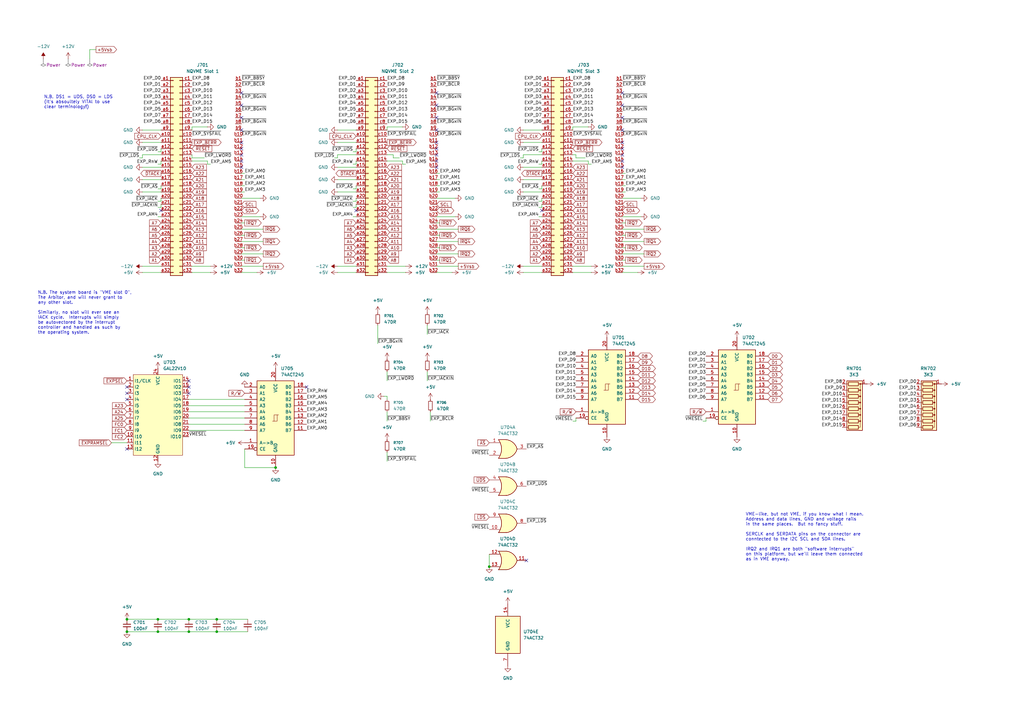
<source format=kicad_sch>
(kicad_sch (version 20250114) (generator "eeschema") (generator_version "9.0")
  (paper "A3")
  (text "VME-like, but not VME, if you know what I mean.\nAddress and data lines, GND and voltage rails\nin the same places.  But no fancy stuff.\n\nSERCLK and SERDATA pins on the connector are\nconntected to the I2C SCL and SDA lines.\n\nIRQ2 and IRQ1 are both \"software interrupts\"\non this platform, but we'll leave them connected\nas in VME anyway." (at 305.816 220.218 0) (effects (font (size 1.27 1.27)) (justify left)))
  (text "N.B. The system board is \"VME slot 0\",\nThe Arbitor, and will never grant to\nany other slot.\n\nSimilarly, no slot will ever see an\nIACK cycle.  Interrupts will simply\nbe autovectored by the interrupt\ncontroller and handled as such by\nthe operating system." (at 15.494 128.27 0) (effects (font (size 1.27 1.27)) (justify left)))
  (text "N.B. DS1 = UDS, DS0 = LDS\n(It's absoultely VITAl to use\nclear terminology!)" (at 18.034 41.91 0) (effects (font (size 1.27 1.27)) (justify left)))
  (junction (at 64.77 259.08))
  (junction (at 200.66 232.41))
  (junction (at 52.07 259.08))
  (junction (at 88.9 254))
  (junction (at 64.77 254))
  (junction (at 77.47 254))
  (junction (at 113.03 191.77))
  (junction (at 52.07 254))
  (junction (at 77.47 259.08))
  (junction (at 88.9 259.08))
  (no_connect (at 52.07 161.29))
  (no_connect (at 99.06 48.26))
  (no_connect (at 52.07 163.83))
  (no_connect (at 215.9 229.87))
  (no_connect (at 255.27 43.18))
  (no_connect (at 255.27 60.96))
  (no_connect (at 99.06 38.1))
  (no_connect (at 66.04 86.36))
  (no_connect (at 179.07 53.34))
  (no_connect (at 77.47 156.21))
  (no_connect (at 99.06 60.96))
  (no_connect (at 99.06 53.34))
  (no_connect (at 99.06 68.58))
  (no_connect (at 255.27 48.26))
  (no_connect (at 77.47 158.75))
  (no_connect (at 222.25 86.36))
  (no_connect (at 179.07 63.5))
  (no_connect (at 99.06 58.42))
  (no_connect (at 99.06 66.04))
  (no_connect (at 179.07 66.04))
  (no_connect (at 77.47 161.29))
  (no_connect (at 146.05 86.36))
  (no_connect (at 179.07 58.42))
  (no_connect (at 99.06 63.5))
  (no_connect (at 255.27 53.34))
  (no_connect (at 179.07 48.26))
  (no_connect (at 255.27 38.1))
  (no_connect (at 255.27 58.42))
  (no_connect (at 125.73 158.75))
  (no_connect (at 52.07 184.15))
  (no_connect (at 99.06 43.18))
  (no_connect (at 179.07 68.58))
  (no_connect (at 255.27 68.58))
  (no_connect (at 179.07 60.96))
  (no_connect (at 255.27 63.5))
  (no_connect (at 179.07 43.18))
  (no_connect (at 52.07 158.75))
  (no_connect (at 179.07 38.1))
  (no_connect (at 255.27 66.04))
  (wire (pts (xy 58.42 109.22) (xy 66.04 109.22)))
  (wire (pts (xy 220.98 82.55) (xy 222.25 82.55)))
  (wire (pts (xy 222.25 62.23) (xy 222.25 60.96)))
  (wire (pts (xy 255.27 111.76) (xy 261.62 111.76)))
  (wire (pts (xy 234.95 172.72) (xy 236.22 172.72)))
  (wire (pts (xy 99.06 101.6) (xy 100.33 101.6)))
  (wire (pts (xy 241.3 66.04) (xy 234.95 66.04)))
  (wire (pts (xy 66.04 67.31) (xy 66.04 66.04)))
  (wire (pts (xy 52.07 259.08) (xy 64.77 259.08)))
  (wire (pts (xy 214.63 53.34) (xy 222.25 53.34)))
  (wire (pts (xy 179.07 99.06) (xy 187.96 99.06)))
  (wire (pts (xy 234.95 109.22) (xy 242.57 109.22)))
  (wire (pts (xy 179.07 93.98) (xy 187.96 93.98)))
  (wire (pts (xy 176.53 168.91) (xy 176.53 172.72)))
  (wire (pts (xy 58.42 111.76) (xy 66.04 111.76)))
  (wire (pts (xy 163.83 64.77) (xy 161.29 64.77)))
  (wire (pts (xy 222.25 77.47) (xy 222.25 76.2)))
  (wire (pts (xy 78.74 111.76) (xy 86.36 111.76)))
  (wire (pts (xy 180.34 73.66) (xy 179.07 73.66)))
  (wire (pts (xy 256.54 91.44) (xy 255.27 91.44)))
  (wire (pts (xy 99.06 99.06) (xy 107.95 99.06)))
  (wire (pts (xy 100.33 91.44) (xy 99.06 91.44)))
  (wire (pts (xy 175.26 152.4) (xy 175.26 156.21)))
  (wire (pts (xy 57.15 64.77) (xy 58.42 64.77)))
  (wire (pts (xy 99.06 96.52) (xy 100.33 96.52)))
  (wire (pts (xy 220.98 62.23) (xy 222.25 62.23)))
  (wire (pts (xy 146.05 82.55) (xy 146.05 81.28)))
  (wire (pts (xy 255.27 88.9) (xy 262.89 88.9)))
  (wire (pts (xy 222.25 82.55) (xy 222.25 81.28)))
  (wire (pts (xy 234.95 52.07) (xy 241.3 52.07)))
  (wire (pts (xy 138.43 109.22) (xy 146.05 109.22)))
  (wire (pts (xy 165.1 66.04) (xy 158.75 66.04)))
  (wire (pts (xy 58.42 58.42) (xy 66.04 58.42)))
  (wire (pts (xy 289.56 172.72) (xy 289.56 171.45)))
  (wire (pts (xy 144.78 82.55) (xy 146.05 82.55)))
  (wire (pts (xy 180.34 76.2) (xy 179.07 76.2)))
  (wire (pts (xy 220.98 77.47) (xy 222.25 77.47)))
  (wire (pts (xy 220.98 88.9) (xy 222.25 88.9)))
  (wire (pts (xy 161.29 63.5) (xy 158.75 63.5)))
  (wire (pts (xy 158.75 152.4) (xy 158.75 156.21)))
  (wire (pts (xy 64.77 254) (xy 77.47 254)))
  (wire (pts (xy 236.22 63.5) (xy 234.95 63.5)))
  (wire (pts (xy 58.42 53.34) (xy 66.04 53.34)))
  (wire (pts (xy 180.34 78.74) (xy 179.07 78.74)))
  (wire (pts (xy 214.63 63.5) (xy 222.25 63.5)))
  (wire (pts (xy 146.05 85.09) (xy 144.78 85.09)))
  (wire (pts (xy 86.36 67.31) (xy 85.09 67.31)))
  (wire (pts (xy 146.05 62.23) (xy 146.05 60.96)))
  (wire (pts (xy 241.3 67.31) (xy 241.3 66.04)))
  (wire (pts (xy 85.09 67.31) (xy 85.09 66.04)))
  (wire (pts (xy 138.43 68.58) (xy 146.05 68.58)))
  (wire (pts (xy 138.43 111.76) (xy 146.05 111.76)))
  (wire (pts (xy 77.47 254) (xy 88.9 254)))
  (wire (pts (xy 157.48 162.56) (xy 158.75 162.56)))
  (wire (pts (xy 100.33 184.15) (xy 100.33 191.77)))
  (wire (pts (xy 158.75 52.07) (xy 165.1 52.07)))
  (wire (pts (xy 64.77 259.08) (xy 77.47 259.08)))
  (wire (pts (xy 144.78 88.9) (xy 146.05 88.9)))
  (wire (pts (xy 214.63 64.77) (xy 214.63 63.5)))
  (wire (pts (xy 179.07 101.6) (xy 180.34 101.6)))
  (wire (pts (xy 99.06 93.98) (xy 107.95 93.98)))
  (wire (pts (xy 146.05 83.82) (xy 146.05 85.09)))
  (wire (pts (xy 77.47 163.83) (xy 100.33 163.83)))
  (wire (pts (xy 180.34 71.12) (xy 179.07 71.12)))
  (wire (pts (xy 144.78 62.23) (xy 146.05 62.23)))
  (wire (pts (xy 78.74 52.07) (xy 78.74 53.34)))
  (wire (pts (xy 255.27 109.22) (xy 264.16 109.22)))
  (wire (pts (xy 158.75 162.56) (xy 158.75 163.83)))
  (wire (pts (xy 64.77 77.47) (xy 66.04 77.47)))
  (wire (pts (xy 179.07 109.22) (xy 187.96 109.22)))
  (wire (pts (xy 58.42 64.77) (xy 58.42 63.5)))
  (wire (pts (xy 255.27 101.6) (xy 256.54 101.6)))
  (wire (pts (xy 256.54 78.74) (xy 255.27 78.74)))
  (wire (pts (xy 78.74 109.22) (xy 86.36 109.22)))
  (wire (pts (xy 99.06 104.14) (xy 107.95 104.14)))
  (wire (pts (xy 64.77 67.31) (xy 66.04 67.31)))
  (wire (pts (xy 64.77 88.9) (xy 66.04 88.9)))
  (wire (pts (xy 255.27 93.98) (xy 264.16 93.98)))
  (wire (pts (xy 242.57 67.31) (xy 241.3 67.31)))
  (wire (pts (xy 138.43 73.66) (xy 146.05 73.66)))
  (wire (pts (xy 106.68 81.28) (xy 99.06 81.28)))
  (wire (pts (xy 85.09 66.04) (xy 78.74 66.04)))
  (wire (pts (xy 77.47 259.08) (xy 88.9 259.08)))
  (wire (pts (xy 138.43 78.74) (xy 146.05 78.74)))
  (wire (pts (xy 240.03 64.77) (xy 236.22 64.77)))
  (wire (pts (xy 222.25 67.31) (xy 222.25 66.04)))
  (wire (pts (xy 58.42 73.66) (xy 66.04 73.66)))
  (wire (pts (xy 186.69 81.28) (xy 179.07 81.28)))
  (wire (pts (xy 180.34 91.44) (xy 179.07 91.44)))
  (wire (pts (xy 64.77 82.55) (xy 66.04 82.55)))
  (wire (pts (xy 58.42 63.5) (xy 66.04 63.5)))
  (wire (pts (xy 52.07 254) (xy 64.77 254)))
  (wire (pts (xy 58.42 68.58) (xy 66.04 68.58)))
  (wire (pts (xy 100.33 78.74) (xy 99.06 78.74)))
  (wire (pts (xy 256.54 76.2) (xy 255.27 76.2)))
  (wire (pts (xy 137.16 64.77) (xy 138.43 64.77)))
  (wire (pts (xy 220.98 67.31) (xy 222.25 67.31)))
  (wire (pts (xy 214.63 78.74) (xy 222.25 78.74)))
  (wire (pts (xy 255.27 104.14) (xy 264.16 104.14)))
  (wire (pts (xy 100.33 71.12) (xy 99.06 71.12)))
  (wire (pts (xy 236.22 64.77) (xy 236.22 63.5)))
  (wire (pts (xy 99.06 111.76) (xy 105.41 111.76)))
  (wire (pts (xy 234.95 111.76) (xy 242.57 111.76)))
  (wire (pts (xy 214.63 111.76) (xy 222.25 111.76)))
  (wire (pts (xy 99.06 106.68) (xy 100.33 106.68)))
  (wire (pts (xy 78.74 64.77) (xy 78.74 63.5)))
  (wire (pts (xy 288.29 172.72) (xy 289.56 172.72)))
  (wire (pts (xy 200.66 227.33) (xy 200.66 232.41)))
  (wire (pts (xy 138.43 63.5) (xy 146.05 63.5)))
  (wire (pts (xy 144.78 67.31) (xy 146.05 67.31)))
  (wire (pts (xy 77.47 168.91) (xy 100.33 168.91)))
  (wire (pts (xy 99.06 109.22) (xy 107.95 109.22)))
  (wire (pts (xy 138.43 58.42) (xy 146.05 58.42)))
  (wire (pts (xy 165.1 67.31) (xy 165.1 66.04)))
  (wire (pts (xy 58.42 78.74) (xy 66.04 78.74)))
  (wire (pts (xy 100.33 73.66) (xy 99.06 73.66)))
  (wire (pts (xy 179.07 96.52) (xy 180.34 96.52)))
  (wire (pts (xy 77.47 171.45) (xy 100.33 171.45)))
  (wire (pts (xy 214.63 109.22) (xy 222.25 109.22)))
  (wire (pts (xy 158.75 52.07) (xy 158.75 53.34)))
  (wire (pts (xy 256.54 73.66) (xy 255.27 73.66)))
  (wire (pts (xy 158.75 185.42) (xy 158.75 189.23)))
  (wire (pts (xy 39.37 20.32) (xy 36.83 20.32)))
  (wire (pts (xy 146.05 67.31) (xy 146.05 66.04)))
  (wire (pts (xy 179.07 88.9) (xy 186.69 88.9)))
  (wire (pts (xy 236.22 172.72) (xy 236.22 171.45)))
  (wire (pts (xy 66.04 77.47) (xy 66.04 76.2)))
  (wire (pts (xy 88.9 259.08) (xy 101.6 259.08)))
  (wire (pts (xy 154.94 133.35) (xy 154.94 140.97)))
  (wire (pts (xy 64.77 62.23) (xy 66.04 62.23)))
  (wire (pts (xy 179.07 104.14) (xy 187.96 104.14)))
  (wire (pts (xy 161.29 64.77) (xy 161.29 63.5)))
  (wire (pts (xy 214.63 68.58) (xy 222.25 68.58)))
  (wire (pts (xy 146.05 77.47) (xy 146.05 76.2)))
  (wire (pts (xy 158.75 109.22) (xy 166.37 109.22)))
  (wire (pts (xy 36.83 20.32) (xy 36.83 24.13)))
  (wire (pts (xy 214.63 58.42) (xy 222.25 58.42)))
  (wire (pts (xy 255.27 99.06) (xy 264.16 99.06)))
  (wire (pts (xy 66.04 62.23) (xy 66.04 60.96)))
  (wire (pts (xy 100.33 76.2) (xy 99.06 76.2)))
  (wire (pts (xy 64.77 85.09) (xy 66.04 85.09)))
  (wire (pts (xy 179.07 106.68) (xy 180.34 106.68)))
  (wire (pts (xy 138.43 64.77) (xy 138.43 63.5)))
  (wire (pts (xy 255.27 96.52) (xy 256.54 96.52)))
  (wire (pts (xy 158.75 168.91) (xy 158.75 172.72)))
  (wire (pts (xy 175.26 133.35) (xy 175.26 137.16)))
  (wire (pts (xy 234.95 52.07) (xy 234.95 53.34)))
  (wire (pts (xy 88.9 254) (xy 101.6 254)))
  (wire (pts (xy 45.72 181.61) (xy 52.07 181.61)))
  (wire (pts (xy 179.07 111.76) (xy 185.42 111.76)))
  (wire (pts (xy 138.43 53.34) (xy 146.05 53.34)))
  (wire (pts (xy 222.25 85.09) (xy 222.25 83.82)))
  (wire (pts (xy 83.82 64.77) (xy 78.74 64.77)))
  (wire (pts (xy 66.04 85.09) (xy 66.04 83.82)))
  (wire (pts (xy 256.54 71.12) (xy 255.27 71.12)))
  (wire (pts (xy 144.78 77.47) (xy 146.05 77.47)))
  (wire (pts (xy 77.47 176.53) (xy 100.33 176.53)))
  (wire (pts (xy 166.37 67.31) (xy 165.1 67.31)))
  (wire (pts (xy 220.98 85.09) (xy 222.25 85.09)))
  (wire (pts (xy 158.75 111.76) (xy 166.37 111.76)))
  (wire (pts (xy 66.04 82.55) (xy 66.04 81.28)))
  (wire (pts (xy 255.27 106.68) (xy 256.54 106.68)))
  (wire (pts (xy 77.47 173.99) (xy 100.33 173.99)))
  (wire (pts (xy 213.36 64.77) (xy 214.63 64.77)))
  (wire (pts (xy 100.33 191.77) (xy 113.03 191.77)))
  (wire (pts (xy 262.89 81.28) (xy 255.27 81.28)))
  (wire (pts (xy 99.06 88.9) (xy 106.68 88.9)))
  (wire (pts (xy 77.47 166.37) (xy 100.33 166.37)))
  (wire (pts (xy 85.09 52.07) (xy 78.74 52.07)))
  (wire (pts (xy 214.63 73.66) (xy 222.25 73.66)))
  (label "EXP_D12" (at 78.74 43.18 0))
  (label "EXP_AM1" (at 100.33 73.66 0))
  (label "EXP_D13" (at 345.44 170.18 180))
  (label "~{EXP_IACK}" (at 64.77 82.55 180))
  (label "~{EXP_SYSFAIL}" (at 234.95 55.88 0))
  (label "EXP_RnW" (at 220.98 67.31 180))
  (label "EXP_AM2" (at 125.73 171.45 0))
  (label "~{EXP_IACKIN}" (at 220.98 85.09 180))
  (label "EXP_D8" (at 236.22 146.05 180))
  (label "~{EXP_BCLR}" (at 179.07 35.56 0))
  (label "EXP_D5" (at 66.04 45.72 180))
  (label "EXP_D2" (at 146.05 38.1 180))
  (label "EXP_D4" (at 222.25 43.18 180))
  (label "EXP_D12" (at 158.75 43.18 0))
  (label "EXP_D9" (at 236.22 148.59 180))
  (label "EXP_D5" (at 289.56 158.75 180))
  (label "EXP_AM1" (at 125.73 173.99 0))
  (label "EXP_D11" (at 345.44 165.1 180))
  (label "EXP_D11" (at 158.75 40.64 0))
  (label "EXP_AM0" (at 256.54 71.12 0))
  (label "~{EXP_BBSY}" (at 255.27 33.02 0))
  (label "~{EXP_BBSY}" (at 99.06 33.02 0))
  (label "EXP_AM2" (at 180.34 76.2 0))
  (label "~{VMESEL}" (at 200.66 217.17 180))
  (label "EXP_D6" (at 66.04 50.8 180))
  (label "~{EXP_BGxIN}" (at 99.06 45.72 0))
  (label "EXP_D9" (at 345.44 160.02 180))
  (label "EXP_D10" (at 234.95 38.1 0))
  (label "~{EXP_BGxIN}" (at 255.27 40.64 0))
  (label "EXP_D15" (at 78.74 50.8 0))
  (label "EXP_D10" (at 158.75 38.1 0))
  (label "~{VMESEL}" (at 234.95 172.72 180))
  (label "EXP_AM0" (at 180.34 71.12 0))
  (label "~{EXP_LWORD}" (at 240.03 64.77 0))
  (label "~{EXP_IACKIN}" (at 175.26 156.21 0))
  (label "~{EXP_BCLR}" (at 99.06 35.56 0))
  (label "EXP_RnW" (at 64.77 67.31 180))
  (label "EXP_AM0" (at 125.73 176.53 0))
  (label "~{EXP_BGxIN}" (at 179.07 45.72 0))
  (label "EXP_D6" (at 222.25 50.8 180))
  (label "EXP_D2" (at 66.04 38.1 180))
  (label "~{EXP_UDS}" (at 220.98 62.23 180))
  (label "~{EXP_BCLR}" (at 255.27 35.56 0))
  (label "EXP_D0" (at 66.04 33.02 180))
  (label "EXP_AM4" (at 144.78 88.9 180))
  (label "~{EXP_IACKIN}" (at 144.78 85.09 180))
  (label "~{EXP_BGxIN}" (at 255.27 45.72 0))
  (label "~{EXP_LDS}" (at 213.36 64.77 180))
  (label "EXP_D15" (at 158.75 50.8 0))
  (label "EXP_D8" (at 78.74 33.02 0))
  (label "EXP_D3" (at 146.05 40.64 180))
  (label "EXP_D3" (at 222.25 40.64 180))
  (label "EXP_D0" (at 289.56 146.05 180))
  (label "EXP_AM2" (at 100.33 76.2 0))
  (label "~{EXP_BGxIN}" (at 179.07 55.88 0))
  (label "EXP_D0" (at 146.05 33.02 180))
  (label "~{EXP_BGxIN}" (at 99.06 50.8 0))
  (label "~{EXP_LDS}" (at 137.16 64.77 180))
  (label "EXP_AM4" (at 220.98 88.9 180))
  (label "EXP_AM5" (at 166.37 67.31 0))
  (label "EXP_D10" (at 345.44 162.56 180))
  (label "EXP_D6" (at 289.56 163.83 180))
  (label "EXP_D12" (at 236.22 156.21 180))
  (label "EXP_D14" (at 236.22 161.29 180))
  (label "~{EXP_BBSY}" (at 158.75 172.72 0))
  (label "EXP_D2" (at 222.25 38.1 180))
  (label "EXP_AM1" (at 256.54 73.66 0))
  (label "EXP_D5" (at 375.92 170.18 180))
  (label "EXP_AM5" (at 242.57 67.31 0))
  (label "~{EXP_UDS}" (at 215.9 199.39 0))
  (label "EXP_D12" (at 234.95 43.18 0))
  (label "EXP_D1" (at 146.05 35.56 180))
  (label "EXP_AM5" (at 125.73 163.83 0))
  (label "EXP_D1" (at 289.56 148.59 180))
  (label "~{EXP_LDS}" (at 57.15 64.77 180))
  (label "~{EXP_SYSFAIL}" (at 158.75 189.23 0))
  (label "~{EXP_BGxIN}" (at 255.27 55.88 0))
  (label "EXP_D13" (at 78.74 45.72 0))
  (label "EXP_AM3" (at 100.33 78.74 0))
  (label "~{EXP_LWORD}" (at 83.82 64.77 0))
  (label "EXP_D7" (at 289.56 161.29 180))
  (label "~{EXP_BGxIN}" (at 99.06 55.88 0))
  (label "EXP_D14" (at 158.75 48.26 0))
  (label "EXP_D2" (at 289.56 151.13 180))
  (label "EXP_D0" (at 375.92 157.48 180))
  (label "EXP_D3" (at 289.56 153.67 180))
  (label "EXP_D5" (at 146.05 45.72 180))
  (label "EXP_D15" (at 345.44 175.26 180))
  (label "~{EXP_UDS}" (at 144.78 62.23 180))
  (label "EXP_D11" (at 78.74 40.64 0))
  (label "EXP_D3" (at 375.92 165.1 180))
  (label "EXP_D15" (at 234.95 50.8 0))
  (label "~{VMESEL}" (at 288.29 172.72 180))
  (label "EXP_D6" (at 146.05 50.8 180))
  (label "EXP_AM3" (at 125.73 168.91 0))
  (label "~{EXP_AS}" (at 215.9 184.15 0))
  (label "EXP_AM4" (at 125.73 166.37 0))
  (label "~{EXP_IACKIN}" (at 64.77 85.09 180))
  (label "~{EXP_BGxIN}" (at 255.27 50.8 0))
  (label "EXP_D2" (at 375.92 162.56 180))
  (label "EXP_D4" (at 146.05 43.18 180))
  (label "~{VMESEL}" (at 77.47 179.07 0))
  (label "~{EXP_UDS}" (at 64.77 62.23 180))
  (label "EXP_D4" (at 375.92 167.64 180))
  (label "EXP_D8" (at 234.95 33.02 0))
  (label "EXP_AM3" (at 180.34 78.74 0))
  (label "~{EXP_SYSFAIL}" (at 78.74 55.88 0))
  (label "~{EXP_BGxIN}" (at 99.06 40.64 0))
  (label "~{EXP_BGxIN}" (at 179.07 40.64 0))
  (label "EXP_D0" (at 222.25 33.02 180))
  (label "EXP_D7" (at 375.92 172.72 180))
  (label "EXP_D1" (at 375.92 160.02 180))
  (label "EXP_D15" (at 236.22 163.83 180))
  (label "~{EXP_IACK}" (at 220.98 82.55 180))
  (label "~{EXP_LWORD}" (at 163.83 64.77 0))
  (label "~{EXP_AS}" (at 64.77 77.47 180))
  (label "EXP_D13" (at 236.22 158.75 180))
  (label "EXP_D6" (at 375.92 175.26 180))
  (label "~{VMESEL}" (at 200.66 186.69 180))
  (label "EXP_D7" (at 66.04 48.26 180))
  (label "~{EXP_IACK}" (at 175.26 137.16 0))
  (label "EXP_D4" (at 289.56 156.21 180))
  (label "~{VMESEL}" (at 200.66 201.93 180))
  (label "EXP_D10" (at 78.74 38.1 0))
  (label "EXP_D8" (at 158.75 33.02 0))
  (label "EXP_AM2" (at 256.54 76.2 0))
  (label "~{EXP_LDS}" (at 215.9 214.63 0))
  (label "EXP_D14" (at 345.44 172.72 180))
  (label "EXP_D12" (at 345.44 167.64 180))
  (label "EXP_AM5" (at 86.36 67.31 0))
  (label "EXP_AM0" (at 100.33 71.12 0))
  (label "~{EXP_IACK}" (at 144.78 82.55 180))
  (label "EXP_D14" (at 78.74 48.26 0))
  (label "EXP_D1" (at 66.04 35.56 180))
  (label "EXP_D1" (at 222.25 35.56 180))
  (label "EXP_D11" (at 234.95 40.64 0))
  (label "EXP_AM4" (at 64.77 88.9 180))
  (label "~{EXP_BGxIN}" (at 179.07 50.8 0))
  (label "EXP_D5" (at 222.25 45.72 180))
  (label "EXP_D9" (at 158.75 35.56 0))
  (label "EXP_RnW" (at 144.78 67.31 180))
  (label "EXP_AM1" (at 180.34 73.66 0))
  (label "EXP_D13" (at 158.75 45.72 0))
  (label "EXP_D10" (at 236.22 151.13 180))
  (label "~{EXP_LWORD}" (at 158.75 156.21 0))
  (label "EXP_AM3" (at 256.54 78.74 0))
  (label "~{EXP_BGxIN}" (at 154.94 140.97 0))
  (label "EXP_D14" (at 234.95 48.26 0))
  (label "EXP_D8" (at 345.44 157.48 180))
  (label "EXP_D3" (at 66.04 40.64 180))
  (label "EXP_D11" (at 236.22 153.67 180))
  (label "~{EXP_AS}" (at 220.98 77.47 180))
  (label "~{EXP_SYSFAIL}" (at 158.75 55.88 0))
  (label "EXP_D4" (at 66.04 43.18 180))
  (label "EXP_RnW" (at 125.73 161.29 0))
  (label "EXP_D7" (at 146.05 48.26 180))
  (label "EXP_D13" (at 234.95 45.72 0))
  (label "~{EXP_BBSY}" (at 179.07 33.02 0))
  (label "~{EXP_BCLR}" (at 176.53 172.72 0))
  (label "EXP_D9" (at 78.74 35.56 0))
  (label "~{EXP_AS}" (at 144.78 77.47 180))
  (label "EXP_D9" (at 234.95 35.56 0))
  (label "EXP_D7" (at 222.25 48.26 180))
  (global_label "A3" (shape input) (at 66.04 101.6 180) (property "Intersheetrefs" "${INTERSHEET_REFS}" (effects (hide yes))))
  (global_label "~{IRQ5}" (shape output) (at 256.54 96.52 0) (property "Intersheetrefs" "${INTERSHEET_REFS}" (effects (hide yes))))
  (global_label "CPU_CLK" (shape input) (at 66.04 55.88 180) (property "Intersheetrefs" "${INTERSHEET_REFS}" (effects (hide yes))))
  (global_label "A8" (shape input) (at 158.75 106.68 0) (property "Intersheetrefs" "${INTERSHEET_REFS}" (effects (hide yes))))
  (global_label "~{IRQ3}" (shape output) (at 180.34 101.6 0) (property "Intersheetrefs" "${INTERSHEET_REFS}" (effects (hide yes))))
  (global_label "A23" (shape input) (at 52.07 166.37 180) (property "Intersheetrefs" "${INTERSHEET_REFS}" (effects (hide yes))))
  (global_label "~{DTACK}" (shape output) (at 146.05 71.12 180) (property "Intersheetrefs" "${INTERSHEET_REFS}" (effects (hide yes))))
  (global_label "A9" (shape input) (at 78.74 104.14 0) (property "Intersheetrefs" "${INTERSHEET_REFS}" (effects (hide yes))))
  (global_label "A12" (shape input) (at 234.95 96.52 0) (property "Intersheetrefs" "${INTERSHEET_REFS}" (effects (hide yes))))
  (global_label "A23" (shape input) (at 158.75 68.58 0) (property "Intersheetrefs" "${INTERSHEET_REFS}" (effects (hide yes))))
  (global_label "~{RESET}" (shape input) (at 78.74 60.96 0) (property "Intersheetrefs" "${INTERSHEET_REFS}" (effects (hide yes))))
  (global_label "D3" (shape bidirectional) (at 314.96 153.67 0) (property "Intersheetrefs" "${INTERSHEET_REFS}" (effects (hide yes))))
  (global_label "~{EXPSEL}" (shape input) (at 52.07 156.21 180) (property "Intersheetrefs" "${INTERSHEET_REFS}" (effects (hide yes))))
  (global_label "R{slash}~{W}" (shape input) (at 236.22 168.91 180) (property "Intersheetrefs" "${INTERSHEET_REFS}" (effects (hide yes))))
  (global_label "D4" (shape bidirectional) (at 314.96 156.21 0) (property "Intersheetrefs" "${INTERSHEET_REFS}" (effects (hide yes))))
  (global_label "A24" (shape input) (at 52.07 168.91 180) (property "Intersheetrefs" "${INTERSHEET_REFS}" (effects (hide yes))))
  (global_label "A11" (shape input) (at 158.75 99.06 0) (property "Intersheetrefs" "${INTERSHEET_REFS}" (effects (hide yes))))
  (global_label "A15" (shape input) (at 158.75 88.9 0) (property "Intersheetrefs" "${INTERSHEET_REFS}" (effects (hide yes))))
  (global_label "~{IRQ2}" (shape output) (at 187.96 104.14 0) (property "Intersheetrefs" "${INTERSHEET_REFS}" (effects (hide yes))))
  (global_label "D1" (shape bidirectional) (at 314.96 148.59 0) (property "Intersheetrefs" "${INTERSHEET_REFS}" (effects (hide yes))))
  (global_label "+5Vsb" (shape output) (at 107.95 109.22 0) (property "Intersheetrefs" "${INTERSHEET_REFS}" (effects (hide yes))))
  (global_label "~{IRQ5}" (shape output) (at 180.34 96.52 0) (property "Intersheetrefs" "${INTERSHEET_REFS}" (effects (hide yes))))
  (global_label "FC2" (shape input) (at 52.07 179.07 180) (property "Intersheetrefs" "${INTERSHEET_REFS}" (effects (hide yes))))
  (global_label "A3" (shape input) (at 146.05 101.6 180) (property "Intersheetrefs" "${INTERSHEET_REFS}" (effects (hide yes))))
  (global_label "A18" (shape input) (at 158.75 81.28 0) (property "Intersheetrefs" "${INTERSHEET_REFS}" (effects (hide yes))))
  (global_label "A20" (shape input) (at 234.95 76.2 0) (property "Intersheetrefs" "${INTERSHEET_REFS}" (effects (hide yes))))
  (global_label "~{EXPRAMSEL}" (shape input) (at 45.72 181.61 180) (property "Intersheetrefs" "${INTERSHEET_REFS}" (effects (hide yes))))
  (global_label "A15" (shape input) (at 78.74 88.9 0) (property "Intersheetrefs" "${INTERSHEET_REFS}" (effects (hide yes))))
  (global_label "A2" (shape input) (at 222.25 104.14 180) (property "Intersheetrefs" "${INTERSHEET_REFS}" (effects (hide yes))))
  (global_label "A21" (shape input) (at 234.95 73.66 0) (property "Intersheetrefs" "${INTERSHEET_REFS}" (effects (hide yes))))
  (global_label "~{IRQ4}" (shape output) (at 107.95 99.06 0) (property "Intersheetrefs" "${INTERSHEET_REFS}" (effects (hide yes))))
  (global_label "A7" (shape input) (at 222.25 91.44 180) (property "Intersheetrefs" "${INTERSHEET_REFS}" (effects (hide yes))))
  (global_label "R{slash}~{W}" (shape input) (at 289.56 168.91 180) (property "Intersheetrefs" "${INTERSHEET_REFS}" (effects (hide yes))))
  (global_label "~{IRQ6}" (shape output) (at 187.96 93.98 0) (property "Intersheetrefs" "${INTERSHEET_REFS}" (effects (hide yes))))
  (global_label "D7" (shape bidirectional) (at 314.96 163.83 0) (property "Intersheetrefs" "${INTERSHEET_REFS}" (effects (hide yes))))
  (global_label "~{IRQ7}" (shape output) (at 180.34 91.44 0) (property "Intersheetrefs" "${INTERSHEET_REFS}" (effects (hide yes))))
  (global_label "A2" (shape input) (at 146.05 104.14 180) (property "Intersheetrefs" "${INTERSHEET_REFS}" (effects (hide yes))))
  (global_label "A9" (shape input) (at 158.75 104.14 0) (property "Intersheetrefs" "${INTERSHEET_REFS}" (effects (hide yes))))
  (global_label "A2" (shape input) (at 66.04 104.14 180) (property "Intersheetrefs" "${INTERSHEET_REFS}" (effects (hide yes))))
  (global_label "D12" (shape bidirectional) (at 261.62 156.21 0) (property "Intersheetrefs" "${INTERSHEET_REFS}" (effects (hide yes))))
  (global_label "~{RESET}" (shape input) (at 158.75 60.96 0) (property "Intersheetrefs" "${INTERSHEET_REFS}" (effects (hide yes))))
  (global_label "A1" (shape input) (at 222.25 106.68 180) (property "Intersheetrefs" "${INTERSHEET_REFS}" (effects (hide yes))))
  (global_label "A10" (shape input) (at 78.74 101.6 0) (property "Intersheetrefs" "${INTERSHEET_REFS}" (effects (hide yes))))
  (global_label "D0" (shape bidirectional) (at 314.96 146.05 0) (property "Intersheetrefs" "${INTERSHEET_REFS}" (effects (hide yes))))
  (global_label "~{IRQ2}" (shape output) (at 107.95 104.14 0) (property "Intersheetrefs" "${INTERSHEET_REFS}" (effects (hide yes))))
  (global_label "~{IRQ4}" (shape output) (at 264.16 99.06 0) (property "Intersheetrefs" "${INTERSHEET_REFS}" (effects (hide yes))))
  (global_label "A8" (shape input) (at 234.95 106.68 0) (property "Intersheetrefs" "${INTERSHEET_REFS}" (effects (hide yes))))
  (global_label "A9" (shape input) (at 234.95 104.14 0) (property "Intersheetrefs" "${INTERSHEET_REFS}" (effects (hide yes))))
  (global_label "~{IRQ7}" (shape output) (at 100.33 91.44 0) (property "Intersheetrefs" "${INTERSHEET_REFS}" (effects (hide yes))))
  (global_label "D8" (shape bidirectional) (at 261.62 146.05 0) (property "Intersheetrefs" "${INTERSHEET_REFS}" (effects (hide yes))))
  (global_label "A18" (shape input) (at 234.95 81.28 0) (property "Intersheetrefs" "${INTERSHEET_REFS}" (effects (hide yes))))
  (global_label "~{EXP_BERR}" (shape output) (at 158.75 58.42 0) (property "Intersheetrefs" "${INTERSHEET_REFS}" (effects (hide yes))))
  (global_label "A4" (shape input) (at 66.04 99.06 180) (property "Intersheetrefs" "${INTERSHEET_REFS}" (effects (hide yes))))
  (global_label "~{IRQ3}" (shape output) (at 256.54 101.6 0) (property "Intersheetrefs" "${INTERSHEET_REFS}" (effects (hide yes))))
  (global_label "D6" (shape bidirectional) (at 314.96 161.29 0) (property "Intersheetrefs" "${INTERSHEET_REFS}" (effects (hide yes))))
  (global_label "A22" (shape input) (at 234.95 71.12 0) (property "Intersheetrefs" "${INTERSHEET_REFS}" (effects (hide yes))))
  (global_label "A17" (shape input) (at 78.74 83.82 0) (property "Intersheetrefs" "${INTERSHEET_REFS}" (effects (hide yes))))
  (global_label "SDA" (shape bidirectional) (at 179.07 86.36 0) (property "Intersheetrefs" "${INTERSHEET_REFS}" (effects (hide yes))))
  (global_label "D15" (shape bidirectional) (at 261.62 163.83 0) (property "Intersheetrefs" "${INTERSHEET_REFS}" (effects (hide yes))))
  (global_label "FC1" (shape input) (at 52.07 176.53 180) (property "Intersheetrefs" "${INTERSHEET_REFS}" (effects (hide yes))))
  (global_label "A19" (shape input) (at 234.95 78.74 0) (property "Intersheetrefs" "${INTERSHEET_REFS}" (effects (hide yes))))
  (global_label "A19" (shape input) (at 158.75 78.74 0) (property "Intersheetrefs" "${INTERSHEET_REFS}" (effects (hide yes))))
  (global_label "A14" (shape input) (at 78.74 91.44 0) (property "Intersheetrefs" "${INTERSHEET_REFS}" (effects (hide yes))))
  (global_label "A17" (shape input) (at 158.75 83.82 0) (property "Intersheetrefs" "${INTERSHEET_REFS}" (effects (hide yes))))
  (global_label "A17" (shape input) (at 234.95 83.82 0) (property "Intersheetrefs" "${INTERSHEET_REFS}" (effects (hide yes))))
  (global_label "~{IRQ3}" (shape output) (at 100.33 101.6 0) (property "Intersheetrefs" "${INTERSHEET_REFS}" (effects (hide yes))))
  (global_label "~{IRQ1}" (shape output) (at 100.33 106.68 0) (property "Intersheetrefs" "${INTERSHEET_REFS}" (effects (hide yes))))
  (global_label "~{IRQ2}" (shape output) (at 264.16 104.14 0) (property "Intersheetrefs" "${INTERSHEET_REFS}" (effects (hide yes))))
  (global_label "A16" (shape input) (at 78.74 86.36 0) (property "Intersheetrefs" "${INTERSHEET_REFS}" (effects (hide yes))))
  (global_label "~{LDS}" (shape input) (at 200.66 212.09 180) (property "Intersheetrefs" "${INTERSHEET_REFS}" (effects (hide yes))))
  (global_label "~{IRQ1}" (shape output) (at 180.34 106.68 0) (property "Intersheetrefs" "${INTERSHEET_REFS}" (effects (hide yes))))
  (global_label "~{AS}" (shape input) (at 200.66 181.61 180) (property "Intersheetrefs" "${INTERSHEET_REFS}" (effects (hide yes))))
  (global_label "A22" (shape input) (at 158.75 71.12 0) (property "Intersheetrefs" "${INTERSHEET_REFS}" (effects (hide yes))))
  (global_label "D5" (shape bidirectional) (at 314.96 158.75 0) (property "Intersheetrefs" "${INTERSHEET_REFS}" (effects (hide yes))))
  (global_label "~{EXP_BERR}" (shape output) (at 78.74 58.42 0) (property "Intersheetrefs" "${INTERSHEET_REFS}" (effects (hide yes))))
  (global_label "D9" (shape bidirectional) (at 261.62 148.59 0) (property "Intersheetrefs" "${INTERSHEET_REFS}" (effects (hide yes))))
  (global_label "SDA" (shape bidirectional) (at 255.27 86.36 0) (property "Intersheetrefs" "${INTERSHEET_REFS}" (effects (hide yes))))
  (global_label "A11" (shape input) (at 78.74 99.06 0) (property "Intersheetrefs" "${INTERSHEET_REFS}" (effects (hide yes))))
  (global_label "A18" (shape input) (at 78.74 81.28 0) (property "Intersheetrefs" "${INTERSHEET_REFS}" (effects (hide yes))))
  (global_label "A21" (shape input) (at 78.74 73.66 0) (property "Intersheetrefs" "${INTERSHEET_REFS}" (effects (hide yes))))
  (global_label "A19" (shape input) (at 78.74 78.74 0) (property "Intersheetrefs" "${INTERSHEET_REFS}" (effects (hide yes))))
  (global_label "D11" (shape bidirectional) (at 261.62 153.67 0) (property "Intersheetrefs" "${INTERSHEET_REFS}" (effects (hide yes))))
  (global_label "A11" (shape input) (at 234.95 99.06 0) (property "Intersheetrefs" "${INTERSHEET_REFS}" (effects (hide yes))))
  (global_label "D10" (shape bidirectional) (at 261.62 151.13 0) (property "Intersheetrefs" "${INTERSHEET_REFS}" (effects (hide yes))))
  (global_label "A6" (shape input) (at 66.04 93.98 180) (property "Intersheetrefs" "${INTERSHEET_REFS}" (effects (hide yes))))
  (global_label "A5" (shape input) (at 66.04 96.52 180) (property "Intersheetrefs" "${INTERSHEET_REFS}" (effects (hide yes))))
  (global_label "+5Vsb" (shape output) (at 187.96 109.22 0) (property "Intersheetrefs" "${INTERSHEET_REFS}" (effects (hide yes))))
  (global_label "~{IRQ7}" (shape output) (at 256.54 91.44 0) (property "Intersheetrefs" "${INTERSHEET_REFS}" (effects (hide yes))))
  (global_label "CPU_CLK" (shape input) (at 146.05 55.88 180) (property "Intersheetrefs" "${INTERSHEET_REFS}" (effects (hide yes))))
  (global_label "~{DTACK}" (shape output) (at 66.04 71.12 180) (property "Intersheetrefs" "${INTERSHEET_REFS}" (effects (hide yes))))
  (global_label "FC0" (shape input) (at 52.07 173.99 180) (property "Intersheetrefs" "${INTERSHEET_REFS}" (effects (hide yes))))
  (global_label "A16" (shape input) (at 158.75 86.36 0) (property "Intersheetrefs" "${INTERSHEET_REFS}" (effects (hide yes))))
  (global_label "SCL" (shape input) (at 99.06 83.82 0) (property "Intersheetrefs" "${INTERSHEET_REFS}" (effects (hide yes))))
  (global_label "SDA" (shape bidirectional) (at 99.06 86.36 0) (property "Intersheetrefs" "${INTERSHEET_REFS}" (effects (hide yes))))
  (global_label "A15" (shape input) (at 234.95 88.9 0) (property "Intersheetrefs" "${INTERSHEET_REFS}" (effects (hide yes))))
  (global_label "D13" (shape bidirectional) (at 261.62 158.75 0) (property "Intersheetrefs" "${INTERSHEET_REFS}" (effects (hide yes))))
  (global_label "~{EXP_BERR}" (shape output) (at 234.95 58.42 0) (property "Intersheetrefs" "${INTERSHEET_REFS}" (effects (hide yes))))
  (global_label "~{IRQ1}" (shape output) (at 256.54 106.68 0) (property "Intersheetrefs" "${INTERSHEET_REFS}" (effects (hide yes))))
  (global_label "~{UDS}" (shape input) (at 200.66 196.85 180) (property "Intersheetrefs" "${INTERSHEET_REFS}" (effects (hide yes))))
  (global_label "A5" (shape input) (at 146.05 96.52 180) (property "Intersheetrefs" "${INTERSHEET_REFS}" (effects (hide yes))))
  (global_label "A4" (shape input) (at 146.05 99.06 180) (property "Intersheetrefs" "${INTERSHEET_REFS}" (effects (hide yes))))
  (global_label "R{slash}~{W}" (shape input) (at 100.33 161.29 180) (property "Intersheetrefs" "${INTERSHEET_REFS}" (effects (hide yes))))
  (global_label "D14" (shape bidirectional) (at 261.62 161.29 0) (property "Intersheetrefs" "${INTERSHEET_REFS}" (effects (hide yes))))
  (global_label "~{DTACK}" (shape output) (at 222.25 71.12 180) (property "Intersheetrefs" "${INTERSHEET_REFS}" (effects (hide yes))))
  (global_label "A13" (shape input) (at 78.74 93.98 0) (property "Intersheetrefs" "${INTERSHEET_REFS}" (effects (hide yes))))
  (global_label "A13" (shape input) (at 158.75 93.98 0) (property "Intersheetrefs" "${INTERSHEET_REFS}" (effects (hide yes))))
  (global_label "+5Vsb" (shape output) (at 39.37 20.32 0) (property "Intersheetrefs" "${INTERSHEET_REFS}" (effects (hide yes))))
  (global_label "A6" (shape input) (at 222.25 93.98 180) (property "Intersheetrefs" "${INTERSHEET_REFS}" (effects (hide yes))))
  (global_label "A10" (shape input) (at 234.95 101.6 0) (property "Intersheetrefs" "${INTERSHEET_REFS}" (effects (hide yes))))
  (global_label "A16" (shape input) (at 234.95 86.36 0) (property "Intersheetrefs" "${INTERSHEET_REFS}" (effects (hide yes))))
  (global_label "~{IRQ4}" (shape output) (at 187.96 99.06 0) (property "Intersheetrefs" "${INTERSHEET_REFS}" (effects (hide yes))))
  (global_label "~{RESET}" (shape input) (at 234.95 60.96 0) (property "Intersheetrefs" "${INTERSHEET_REFS}" (effects (hide yes))))
  (global_label "A10" (shape input) (at 158.75 101.6 0) (property "Intersheetrefs" "${INTERSHEET_REFS}" (effects (hide yes))))
  (global_label "SCL" (shape input) (at 179.07 83.82 0) (property "Intersheetrefs" "${INTERSHEET_REFS}" (effects (hide yes))))
  (global_label "~{IRQ6}" (shape output) (at 264.16 93.98 0) (property "Intersheetrefs" "${INTERSHEET_REFS}" (effects (hide yes))))
  (global_label "A20" (shape input) (at 78.74 76.2 0) (property "Intersheetrefs" "${INTERSHEET_REFS}" (effects (hide yes))))
  (global_label "A6" (shape input) (at 146.05 93.98 180) (property "Intersheetrefs" "${INTERSHEET_REFS}" (effects (hide yes))))
  (global_label "A23" (shape input) (at 78.74 68.58 0) (property "Intersheetrefs" "${INTERSHEET_REFS}" (effects (hide yes))))
  (global_label "A14" (shape input) (at 158.75 91.44 0) (property "Intersheetrefs" "${INTERSHEET_REFS}" (effects (hide yes))))
  (global_label "A4" (shape input) (at 222.25 99.06 180) (property "Intersheetrefs" "${INTERSHEET_REFS}" (effects (hide yes))))
  (global_label "A25" (shape input) (at 52.07 171.45 180) (property "Intersheetrefs" "${INTERSHEET_REFS}" (effects (hide yes))))
  (global_label "A14" (shape input) (at 234.95 91.44 0) (property "Intersheetrefs" "${INTERSHEET_REFS}" (effects (hide yes))))
  (global_label "CPU_CLK" (shape input) (at 222.25 55.88 180) (property "Intersheetrefs" "${INTERSHEET_REFS}" (effects (hide yes))))
  (global_label "A12" (shape input) (at 158.75 96.52 0) (property "Intersheetrefs" "${INTERSHEET_REFS}" (effects (hide yes))))
  (global_label "A23" (shape input) (at 234.95 68.58 0) (property "Intersheetrefs" "${INTERSHEET_REFS}" (effects (hide yes))))
  (global_label "A8" (shape input) (at 78.74 106.68 0) (property "Intersheetrefs" "${INTERSHEET_REFS}" (effects (hide yes))))
  (global_label "A21" (shape input) (at 158.75 73.66 0) (property "Intersheetrefs" "${INTERSHEET_REFS}" (effects (hide yes))))
  (global_label "A7" (shape input) (at 146.05 91.44 180) (property "Intersheetrefs" "${INTERSHEET_REFS}" (effects (hide yes))))
  (global_label "A7" (shape input) (at 66.04 91.44 180) (property "Intersheetrefs" "${INTERSHEET_REFS}" (effects (hide yes))))
  (global_label "D2" (shape bidirectional) (at 314.96 151.13 0) (property "Intersheetrefs" "${INTERSHEET_REFS}" (effects (hide yes))))
  (global_label "A3" (shape input) (at 222.25 101.6 180) (property "Intersheetrefs" "${INTERSHEET_REFS}" (effects (hide yes))))
  (global_label "~{IRQ5}" (shape output) (at 100.33 96.52 0) (property "Intersheetrefs" "${INTERSHEET_REFS}" (effects (hide yes))))
  (global_label "A20" (shape input) (at 158.75 76.2 0) (property "Intersheetrefs" "${INTERSHEET_REFS}" (effects (hide yes))))
  (global_label "A13" (shape input) (at 234.95 93.98 0) (property "Intersheetrefs" "${INTERSHEET_REFS}" (effects (hide yes))))
  (global_label "SCL" (shape input) (at 255.27 83.82 0) (property "Intersheetrefs" "${INTERSHEET_REFS}" (effects (hide yes))))
  (global_label "A1" (shape input) (at 146.05 106.68 180) (property "Intersheetrefs" "${INTERSHEET_REFS}" (effects (hide yes))))
  (global_label "A5" (shape input) (at 222.25 96.52 180) (property "Intersheetrefs" "${INTERSHEET_REFS}" (effects (hide yes))))
  (global_label "A22" (shape input) (at 78.74 71.12 0) (property "Intersheetrefs" "${INTERSHEET_REFS}" (effects (hide yes))))
  (global_label "~{IRQ6}" (shape output) (at 107.95 93.98 0) (property "Intersheetrefs" "${INTERSHEET_REFS}" (effects (hide yes))))
  (global_label "A1" (shape input) (at 66.04 106.68 180) (property "Intersheetrefs" "${INTERSHEET_REFS}" (effects (hide yes))))
  (global_label "A12" (shape input) (at 78.74 96.52 0) (property "Intersheetrefs" "${INTERSHEET_REFS}" (effects (hide yes))))
  (global_label "+5Vsb" (shape output) (at 264.16 109.22 0) (property "Intersheetrefs" "${INTERSHEET_REFS}" (effects (hide yes))))
  (netclass_flag "" (length 2.54) (shape diamond) (at 36.83 24.13 180) (property "Netclass" "Power" (at 38.0365 26.67 0) (effects (justify left))))
  (netclass_flag "" (length 2.54) (shape diamond) (at 17.78 24.13 180) (property "Netclass" "Power" (at 18.9865 26.67 0) (effects (justify left))))
  (netclass_flag "" (length 2.54) (shape diamond) (at 27.94 24.13 180) (property "Netclass" "Power" (at 29.1465 26.67 0) (effects (justify left))))
  (symbol (lib_id "power:+5V") (at 64.77 151.13 0) (unit 1)
    (property "Reference" "#PWR0746" (effects (hide yes)))
    (property "Value" "+5V" (at 64.77 146.05 0))
    (property "Description" "Power symbol creates a global label with name \"+5V\"" (effects (hide yes)))
  )
  (symbol (lib_id "power:+5V") (at 208.28 247.65 0) (unit 1)
    (property "Reference" "#PWR0748" (effects (hide yes)))
    (property "Value" "+5V" (at 208.28 242.57 0))
    (property "Description" "Power symbol creates a global label with name \"+5V\"" (effects (hide yes)))
  )
  (symbol (lib_id "power:GND") (at 138.43 68.58 270) (unit 1)
    (property "Reference" "#PWR0718" (effects (hide yes)))
    (property "Value" "GND" (at 134.62 68.5799 90) (effects (justify right)))
    (property "Description" "Power symbol creates a global label with name \"GND\" , ground" (effects (hide yes)))
  )
  (symbol (lib_id "power:GND") (at 262.89 88.9 90) (unit 1)
    (property "Reference" "#PWR0741" (effects (hide yes)))
    (property "Value" "GND" (at 266.7 88.9001 90) (effects (justify right)))
    (property "Description" "Power symbol creates a global label with name \"GND\" , ground" (effects (hide yes)))
  )
  (symbol (lib_id "power:GND") (at 186.69 88.9 90) (unit 1)
    (property "Reference" "#PWR0738" (effects (hide yes)))
    (property "Value" "GND" (at 190.5 88.9001 90) (effects (justify right)))
    (property "Description" "Power symbol creates a global label with name \"GND\" , ground" (effects (hide yes)))
  )
  (symbol (lib_id "power:GND") (at 85.09 52.07 90) (unit 1)
    (property "Reference" "#PWR0702" (effects (hide yes)))
    (property "Value" "GND" (at 88.9 52.0699 90) (effects (justify right)))
    (property "Description" "Power symbol creates a global label with name \"GND\" , ground" (effects (hide yes)))
  )
  (symbol (lib_id "power:+12V") (at 27.94 24.13 0) (unit 1)
    (property "Reference" "#PWR0715" (effects (hide yes)))
    (property "Value" "+12V" (at 27.94 19.05 0))
    (property "Description" "Power symbol creates a global label with name \"+12V\"" (effects (hide yes)))
  )
  (symbol (lib_id "Device:R_Network08") (at 350.52 167.64 270) (unit 1)
    (property "Reference" "RN701" (at 350.266 151.13 90))
    (property "Value" "3K3" (at 350.266 153.67 90))
    (property "Footprint" "Resistor_THT:R_Array_SIP9" (effects (hide yes)))
    (property "Datasheet" "http://www.vishay.com/docs/31509/csc.pdf" (effects (hide yes)))
    (property "Description" "8 resistor network, star topology, bussed resistors, small symbol" (effects (hide yes)))
  )
  (symbol (lib_id "power:GND") (at 214.63 78.74 270) (unit 1)
    (property "Reference" "#PWR0727" (effects (hide yes)))
    (property "Value" "GND" (at 210.82 78.7399 90) (effects (justify right)))
    (property "Description" "Power symbol creates a global label with name \"GND\" , ground" (effects (hide yes)))
  )
  (symbol (lib_id "power:GND") (at 248.92 179.07 0) (unit 1)
    (property "Reference" "#PWR0743" (effects (hide yes)))
    (property "Value" "GND" (at 248.92 184.15 0))
    (property "Description" "Power symbol creates a global label with name \"GND\" , ground" (effects (hide yes)))
  )
  (symbol (lib_id "power:+12V") (at 86.36 109.22 270) (unit 1)
    (property "Reference" "#PWR0710" (effects (hide yes)))
    (property "Value" "+12V" (at 90.17 109.2199 90) (effects (justify left)))
    (property "Description" "Power symbol creates a global label with name \"+12V\"" (effects (hide yes)))
  )
  (symbol (lib_id "power:+5V") (at 185.42 111.76 270) (unit 1)
    (property "Reference" "#PWR0736" (effects (hide yes)))
    (property "Value" "+5V" (at 189.23 111.7599 90) (effects (justify left)))
    (property "Description" "Power symbol creates a global label with name \"+5V\"" (effects (hide yes)))
  )
  (symbol (lib_id "power:GND") (at 186.69 81.28 90) (unit 1)
    (property "Reference" "#PWR0737" (effects (hide yes)))
    (property "Value" "GND" (at 190.5 81.2801 90) (effects (justify right)))
    (property "Description" "Power symbol creates a global label with name \"GND\" , ground" (effects (hide yes)))
  )
  (symbol (lib_id "power:+5V") (at 138.43 111.76 90) (unit 1)
    (property "Reference" "#PWR0722" (effects (hide yes)))
    (property "Value" "+5V" (at 134.62 111.7599 90) (effects (justify left)))
    (property "Description" "Power symbol creates a global label with name \"+5V\"" (effects (hide yes)))
  )
  (symbol (lib_id "jrt-Connectors:DIN41612_03x32_ABC") (at 227.33 71.12 0) (unit 1)
    (property "Reference" "J703" (at 239.3315 26.67 0))
    (property "Value" "NQVME Slot 3" (at 239.3315 29.21 0))
    (property "Footprint" "Connector_DIN:DIN41612_C_3x32_Female_Vertical_THT" (effects (hide yes)))
    (property "Description" "DIN41612 connector, double row (AC), 02x32, script generated (kicad-library-utils/schlib/autogen/connector/)" (effects (hide yes)))
  )
  (symbol (lib_id "power:-12V") (at 214.63 109.22 90) (unit 1)
    (property "Reference" "#PWR0728" (effects (hide yes)))
    (property "Value" "-12V" (at 210.82 109.2199 90) (effects (justify left)))
    (property "Description" "Power symbol creates a global label with name \"-12V\"" (effects (hide yes)))
  )
  (symbol (lib_id "power:-12V") (at 58.42 109.22 90) (unit 1)
    (property "Reference" "#PWR0707" (effects (hide yes)))
    (property "Value" "-12V" (at 54.61 109.2199 90) (effects (justify left)))
    (property "Description" "Power symbol creates a global label with name \"-12V\"" (effects (hide yes)))
  )
  (symbol (lib_id "power:GND") (at 113.03 191.77 0) (unit 1)
    (property "Reference" "#PWR0756" (effects (hide yes)))
    (property "Value" "GND" (at 113.03 196.85 0))
    (property "Description" "Power symbol creates a global label with name \"GND\" , ground" (effects (hide yes)))
  )
  (symbol (lib_id "74xx:74LS32") (at 208.28 229.87 0) (unit 4)
    (property "Reference" "U704" (at 208.28 220.98 0))
    (property "Value" "74ACT32" (at 208.28 223.52 0))
    (property "Footprint" "Package_DIP:DIP-14_W7.62mm_Socket" (effects (hide yes)))
    (property "Datasheet" "http://www.ti.com/lit/gpn/sn74LS32" (effects (hide yes)))
    (property "Description" "Quad 2-input OR" (effects (hide yes)))
  )
  (symbol (lib_id "Device:R_Small") (at 175.26 149.86 0) (unit 1)
    (property "Reference" "R703" (at 177.8 148.5899 0) (effects (font (size 1.016 1.016)) (justify left)))
    (property "Value" "470R" (at 177.8 151.1299 0) (effects (justify left)))
    (property "Footprint" "Resistor_SMD:R_0805_2012Metric_Pad1.20x1.40mm_HandSolder" (effects (hide yes)))
    (property "Description" "Resistor, small symbol" (effects (hide yes)))
  )
  (symbol (lib_id "power:-12V") (at 138.43 109.22 90) (unit 1)
    (property "Reference" "#PWR0721" (effects (hide yes)))
    (property "Value" "-12V" (at 134.62 109.2199 90) (effects (justify left)))
    (property "Description" "Power symbol creates a global label with name \"-12V\"" (effects (hide yes)))
  )
  (symbol (lib_id "power:GND") (at 214.63 58.42 270) (unit 1)
    (property "Reference" "#PWR0724" (effects (hide yes)))
    (property "Value" "GND" (at 210.82 58.4199 90) (effects (justify right)))
    (property "Description" "Power symbol creates a global label with name \"GND\" , ground" (effects (hide yes)))
  )
  (symbol (lib_id "Device:C_Small") (at 77.47 256.54 0) (unit 1)
    (property "Reference" "C703" (at 80.01 255.2762 0) (effects (justify left)))
    (property "Value" "100nF" (at 80.01 257.8162 0) (effects (justify left)))
    (property "Footprint" "Capacitor_SMD:C_0805_2012Metric_Pad1.18x1.45mm_HandSolder" (effects (hide yes)))
    (property "Description" "Unpolarized capacitor, small symbol" (effects (hide yes)))
  )
  (symbol (lib_id "Device:C_Small") (at 64.77 256.54 0) (unit 1)
    (property "Reference" "C702" (at 67.31 255.2762 0) (effects (justify left)))
    (property "Value" "100nF" (at 67.31 257.8162 0) (effects (justify left)))
    (property "Footprint" "Capacitor_SMD:C_0805_2012Metric_Pad1.18x1.45mm_HandSolder" (effects (hide yes)))
    (property "Description" "Unpolarized capacitor, small symbol" (effects (hide yes)))
  )
  (symbol (lib_id "power:+5V") (at 175.26 147.32 0) (unit 1)
    (property "Reference" "#PWR0761" (effects (hide yes)))
    (property "Value" "+5V" (at 175.26 142.24 0))
    (property "Description" "Power symbol creates a global label with name \"+5V\"" (effects (hide yes)))
  )
  (symbol (lib_id "jrt-ICs:GAL22V10") (at 64.77 170.18 0) (unit 1)
    (property "Reference" "U703" (at 66.9133 148.59 0) (effects (justify left)))
    (property "Value" "GAL22V10" (at 66.9133 151.13 0) (effects (justify left)))
    (property "Footprint" "Package_DIP:DIP-24_W7.62mm_Socket" (effects (hide yes)))
  )
  (symbol (lib_id "power:GND") (at 214.63 68.58 270) (unit 1)
    (property "Reference" "#PWR0725" (effects (hide yes)))
    (property "Value" "GND" (at 210.82 68.5799 90) (effects (justify right)))
    (property "Description" "Power symbol creates a global label with name \"GND\" , ground" (effects (hide yes)))
  )
  (symbol (lib_id "74xx:74LS32") (at 208.28 260.35 0) (unit 5)
    (property "Reference" "U704" (at 214.63 259.0799 0) (effects (justify left)))
    (property "Value" "74ACT32" (at 214.63 261.6199 0) (effects (justify left)))
    (property "Footprint" "Package_DIP:DIP-14_W7.62mm_Socket" (effects (hide yes)))
    (property "Datasheet" "http://www.ti.com/lit/gpn/sn74LS32" (effects (hide yes)))
    (property "Description" "Quad 2-input OR" (effects (hide yes)))
  )
  (symbol (lib_id "power:GND") (at 138.43 73.66 270) (unit 1)
    (property "Reference" "#PWR0719" (effects (hide yes)))
    (property "Value" "GND" (at 134.62 73.6599 90) (effects (justify right)))
    (property "Description" "Power symbol creates a global label with name \"GND\" , ground" (effects (hide yes)))
  )
  (symbol (lib_id "74xx:74HC245") (at 302.26 158.75 0) (unit 1)
    (property "Reference" "U702" (at 304.4033 138.43 0) (effects (justify left)))
    (property "Value" "74ACT245" (at 304.4033 140.97 0) (effects (justify left)))
    (property "Footprint" "Package_DIP:DIP-20_W7.62mm_Socket" (effects (hide yes)))
    (property "Datasheet" "http://www.ti.com/lit/gpn/sn74HC245" (effects (hide yes)))
    (property "Description" "Octal BUS Transceivers, 3-State outputs" (effects (hide yes)))
  )
  (symbol (lib_id "power:+5V") (at 86.36 111.76 270) (unit 1)
    (property "Reference" "#PWR0709" (effects (hide yes)))
    (property "Value" "+5V" (at 90.17 111.7599 90) (effects (justify left)))
    (property "Description" "Power symbol creates a global label with name \"+5V\"" (effects (hide yes)))
  )
  (symbol (lib_id "power:GND") (at 106.68 88.9 90) (unit 1)
    (property "Reference" "#PWR0712" (effects (hide yes)))
    (property "Value" "GND" (at 110.49 88.9001 90) (effects (justify right)))
    (property "Description" "Power symbol creates a global label with name \"GND\" , ground" (effects (hide yes)))
  )
  (symbol (lib_id "power:+5V") (at 175.26 128.27 0) (unit 1)
    (property "Reference" "#PWR0760" (effects (hide yes)))
    (property "Value" "+5V" (at 175.26 123.19 0))
    (property "Description" "Power symbol creates a global label with name \"+5V\"" (effects (hide yes)))
  )
  (symbol (lib_id "jrt-Connectors:DIN41612_03x32_ABC") (at 71.12 71.12 0) (unit 1)
    (property "Reference" "J701" (at 83.1215 26.67 0))
    (property "Value" "NQVME Slot 1" (at 83.1215 29.21 0))
    (property "Footprint" "Connector_DIN:DIN41612_C_3x32_Female_Vertical_THT" (effects (hide yes)))
    (property "Description" "DIN41612 connector, double row (AC), 02x32, script generated (kicad-library-utils/schlib/autogen/connector/)" (effects (hide yes)))
  )
  (symbol (lib_id "power:GND") (at 100.33 158.75 180) (unit 1)
    (property "Reference" "#PWR0758" (effects (hide yes)))
    (property "Value" "GND" (at 100.33 153.67 0))
    (property "Description" "Power symbol creates a global label with name \"GND\" , ground" (effects (hide yes)))
  )
  (symbol (lib_id "74xx:74HC245") (at 248.92 158.75 0) (unit 1)
    (property "Reference" "U701" (at 251.0633 138.43 0) (effects (justify left)))
    (property "Value" "74ACT245" (at 251.0633 140.97 0) (effects (justify left)))
    (property "Footprint" "Package_DIP:DIP-20_W7.62mm_Socket" (effects (hide yes)))
    (property "Datasheet" "http://www.ti.com/lit/gpn/sn74HC245" (effects (hide yes)))
    (property "Description" "Octal BUS Transceivers, 3-State outputs" (effects (hide yes)))
  )
  (symbol (lib_id "Device:R_Small") (at 154.94 130.81 0) (unit 1)
    (property "Reference" "R701" (at 157.48 129.5399 0) (effects (font (size 1.016 1.016)) (justify left)))
    (property "Value" "470R" (at 157.48 132.0799 0) (effects (justify left)))
    (property "Footprint" "Resistor_SMD:R_0805_2012Metric_Pad1.20x1.40mm_HandSolder" (effects (hide yes)))
    (property "Description" "Resistor, small symbol" (effects (hide yes)))
  )
  (symbol (lib_id "74xx:74HC245") (at 113.03 171.45 0) (unit 1)
    (property "Reference" "U705" (at 115.1733 151.13 0) (effects (justify left)))
    (property "Value" "74ACT245" (at 115.1733 153.67 0) (effects (justify left)))
    (property "Footprint" "Package_DIP:DIP-20_W7.62mm_Socket" (effects (hide yes)))
    (property "Datasheet" "http://www.ti.com/lit/gpn/sn74HC245" (effects (hide yes)))
    (property "Description" "Octal BUS Transceivers, 3-State outputs" (effects (hide yes)))
  )
  (symbol (lib_id "power:GND") (at 58.42 68.58 270) (unit 1)
    (property "Reference" "#PWR0704" (effects (hide yes)))
    (property "Value" "GND" (at 54.61 68.5799 90) (effects (justify right)))
    (property "Description" "Power symbol creates a global label with name \"GND\" , ground" (effects (hide yes)))
  )
  (symbol (lib_id "power:GND") (at 52.07 259.08 0) (unit 1)
    (property "Reference" "#PWR0754" (effects (hide yes)))
    (property "Value" "GND" (at 52.07 264.16 0))
    (property "Description" "Power symbol creates a global label with name \"GND\" , ground" (effects (hide yes)))
  )
  (symbol (lib_id "Device:R_Small") (at 175.26 130.81 0) (unit 1)
    (property "Reference" "R702" (at 177.8 129.5399 0) (effects (font (size 1.016 1.016)) (justify left)))
    (property "Value" "470R" (at 177.8 132.0799 0) (effects (justify left)))
    (property "Footprint" "Resistor_SMD:R_0805_2012Metric_Pad1.20x1.40mm_HandSolder" (effects (hide yes)))
    (property "Description" "Resistor, small symbol" (effects (hide yes)))
  )
  (symbol (lib_id "power:GND") (at 262.89 81.28 90) (unit 1)
    (property "Reference" "#PWR0740" (effects (hide yes)))
    (property "Value" "GND" (at 266.7 81.2801 90) (effects (justify right)))
    (property "Description" "Power symbol creates a global label with name \"GND\" , ground" (effects (hide yes)))
  )
  (symbol (lib_id "power:-12V") (at 17.78 24.13 0) (unit 1)
    (property "Reference" "#PWR0714" (effects (hide yes)))
    (property "Value" "-12V" (at 17.78 19.05 0))
    (property "Description" "Power symbol creates a global label with name \"-12V\"" (effects (hide yes)))
  )
  (symbol (lib_id "power:GND") (at 64.77 189.23 0) (unit 1)
    (property "Reference" "#PWR0747" (effects (hide yes)))
    (property "Value" "GND" (at 64.77 194.31 0))
    (property "Description" "Power symbol creates a global label with name \"GND\" , ground" (effects (hide yes)))
  )
  (symbol (lib_id "power:+5V") (at 100.33 181.61 90) (unit 1)
    (property "Reference" "#PWR0755" (effects (hide yes)))
    (property "Value" "+5V" (at 96.52 181.6099 90) (effects (justify left)))
    (property "Description" "Power symbol creates a global label with name \"+5V\"" (effects (hide yes)))
  )
  (symbol (lib_id "power:GND") (at 157.48 162.56 270) (unit 1)
    (property "Reference" "#PWR0763" (effects (hide yes)))
    (property "Value" "GND" (at 153.67 162.5599 90) (effects (justify right)))
    (property "Description" "Power symbol creates a global label with name \"GND\" , ground" (effects (hide yes)))
  )
  (symbol (lib_id "power:+5V") (at 261.62 111.76 270) (unit 1)
    (property "Reference" "#PWR0739" (effects (hide yes)))
    (property "Value" "+5V" (at 265.43 111.7599 90) (effects (justify left)))
    (property "Description" "Power symbol creates a global label with name \"+5V\"" (effects (hide yes)))
  )
  (symbol (lib_id "power:+5V") (at 154.94 128.27 0) (unit 1)
    (property "Reference" "#PWR0759" (effects (hide yes)))
    (property "Value" "+5V" (at 154.94 123.19 0))
    (property "Description" "Power symbol creates a global label with name \"+5V\"" (effects (hide yes)))
  )
  (symbol (lib_id "74xx:74LS32") (at 208.28 184.15 0) (unit 1)
    (property "Reference" "U704" (at 208.28 175.26 0))
    (property "Value" "74ACT32" (at 208.28 177.8 0))
    (property "Footprint" "Package_DIP:DIP-14_W7.62mm_Socket" (effects (hide yes)))
    (property "Datasheet" "http://www.ti.com/lit/gpn/sn74LS32" (effects (hide yes)))
    (property "Description" "Quad 2-input OR" (effects (hide yes)))
  )
  (symbol (lib_id "power:GND") (at 58.42 73.66 270) (unit 1)
    (property "Reference" "#PWR0705" (effects (hide yes)))
    (property "Value" "GND" (at 54.61 73.6599 90) (effects (justify right)))
    (property "Description" "Power symbol creates a global label with name \"GND\" , ground" (effects (hide yes)))
  )
  (symbol (lib_id "power:+5V") (at 58.42 111.76 90) (unit 1)
    (property "Reference" "#PWR0708" (effects (hide yes)))
    (property "Value" "+5V" (at 54.61 111.7599 90) (effects (justify left)))
    (property "Description" "Power symbol creates a global label with name \"+5V\"" (effects (hide yes)))
  )
  (symbol (lib_id "74xx:74LS32") (at 208.28 199.39 0) (unit 2)
    (property "Reference" "U704" (at 208.28 190.5 0))
    (property "Value" "74ACT32" (at 208.28 193.04 0))
    (property "Footprint" "Package_DIP:DIP-14_W7.62mm_Socket" (effects (hide yes)))
    (property "Datasheet" "http://www.ti.com/lit/gpn/sn74LS32" (effects (hide yes)))
    (property "Description" "Quad 2-input OR" (effects (hide yes)))
  )
  (symbol (lib_id "power:GND") (at 214.63 53.34 270) (unit 1)
    (property "Reference" "#PWR0723" (effects (hide yes)))
    (property "Value" "GND" (at 210.82 53.3399 90) (effects (justify right)))
    (property "Description" "Power symbol creates a global label with name \"GND\" , ground" (effects (hide yes)))
  )
  (symbol (lib_id "power:+12V") (at 166.37 109.22 270) (unit 1)
    (property "Reference" "#PWR0731" (effects (hide yes)))
    (property "Value" "+12V" (at 170.18 109.2199 90) (effects (justify left)))
    (property "Description" "Power symbol creates a global label with name \"+12V\"" (effects (hide yes)))
  )
  (symbol (lib_id "power:+5V") (at 105.41 111.76 270) (unit 1)
    (property "Reference" "#PWR0713" (effects (hide yes)))
    (property "Value" "+5V" (at 109.22 111.7599 90) (effects (justify left)))
    (property "Description" "Power symbol creates a global label with name \"+5V\"" (effects (hide yes)))
  )
  (symbol (lib_id "power:GND") (at 200.66 232.41 0) (unit 1)
    (property "Reference" "#PWR0752" (effects (hide yes)))
    (property "Value" "GND" (at 200.66 237.49 0))
    (property "Description" "Power symbol creates a global label with name \"GND\" , ground" (effects (hide yes)))
  )
  (symbol (lib_id "74xx:74LS32") (at 208.28 214.63 0) (unit 3)
    (property "Reference" "U704" (at 208.28 205.74 0))
    (property "Value" "74ACT32" (at 208.28 208.28 0))
    (property "Footprint" "Package_DIP:DIP-14_W7.62mm_Socket" (effects (hide yes)))
    (property "Datasheet" "http://www.ti.com/lit/gpn/sn74LS32" (effects (hide yes)))
    (property "Description" "Quad 2-input OR" (effects (hide yes)))
  )
  (symbol (lib_id "power:GND") (at 241.3 52.07 90) (unit 1)
    (property "Reference" "#PWR0733" (effects (hide yes)))
    (property "Value" "GND" (at 245.11 52.0699 90) (effects (justify right)))
    (property "Description" "Power symbol creates a global label with name \"GND\" , ground" (effects (hide yes)))
  )
  (symbol (lib_id "power:+5V") (at 355.6 157.48 270) (unit 1)
    (property "Reference" "#PWR0749" (effects (hide yes)))
    (property "Value" "+5V" (at 359.41 157.4799 90) (effects (justify left)))
    (property "Description" "Power symbol creates a global label with name \"+5V\"" (effects (hide yes)))
  )
  (symbol (lib_id "power:+5V") (at 214.63 111.76 90) (unit 1)
    (property "Reference" "#PWR0729" (effects (hide yes)))
    (property "Value" "+5V" (at 210.82 111.7599 90) (effects (justify left)))
    (property "Description" "Power symbol creates a global label with name \"+5V\"" (effects (hide yes)))
  )
  (symbol (lib_id "Device:R_Small") (at 158.75 149.86 0) (unit 1)
    (property "Reference" "R704" (at 161.29 148.5899 0) (effects (font (size 1.016 1.016)) (justify left)))
    (property "Value" "470R" (at 161.29 151.1299 0) (effects (justify left)))
    (property "Footprint" "Resistor_SMD:R_0805_2012Metric_Pad1.20x1.40mm_HandSolder" (effects (hide yes)))
    (property "Description" "Resistor, small symbol" (effects (hide yes)))
  )
  (symbol (lib_id "power:+5V") (at 386.08 157.48 270) (unit 1)
    (property "Reference" "#PWR0750" (effects (hide yes)))
    (property "Value" "+5V" (at 389.89 157.4799 90) (effects (justify left)))
    (property "Description" "Power symbol creates a global label with name \"+5V\"" (effects (hide yes)))
  )
  (symbol (lib_id "Device:C_Small") (at 101.6 256.54 0) (unit 1)
    (property "Reference" "C705" (at 104.14 255.2762 0) (effects (justify left)))
    (property "Value" "100nF" (at 104.14 257.8162 0) (effects (justify left)))
    (property "Footprint" "Capacitor_SMD:C_0805_2012Metric_Pad1.18x1.45mm_HandSolder" (effects (hide yes)))
    (property "Description" "Unpolarized capacitor, small symbol" (effects (hide yes)))
  )
  (symbol (lib_id "power:+5V") (at 248.92 138.43 0) (unit 1)
    (property "Reference" "#PWR0742" (effects (hide yes)))
    (property "Value" "+5V" (at 248.92 133.35 0))
    (property "Description" "Power symbol creates a global label with name \"+5V\"" (effects (hide yes)))
  )
  (symbol (lib_id "power:GND") (at 138.43 53.34 270) (unit 1)
    (property "Reference" "#PWR0716" (effects (hide yes)))
    (property "Value" "GND" (at 134.62 53.3399 90) (effects (justify right)))
    (property "Description" "Power symbol creates a global label with name \"GND\" , ground" (effects (hide yes)))
  )
  (symbol (lib_id "power:GND") (at 58.42 78.74 270) (unit 1)
    (property "Reference" "#PWR0706" (effects (hide yes)))
    (property "Value" "GND" (at 54.61 78.7399 90) (effects (justify right)))
    (property "Description" "Power symbol creates a global label with name \"GND\" , ground" (effects (hide yes)))
  )
  (symbol (lib_id "power:+12V") (at 242.57 109.22 270) (unit 1)
    (property "Reference" "#PWR0734" (effects (hide yes)))
    (property "Value" "+12V" (at 246.38 109.2199 90) (effects (justify left)))
    (property "Description" "Power symbol creates a global label with name \"+12V\"" (effects (hide yes)))
  )
  (symbol (lib_id "power:GND") (at 138.43 78.74 270) (unit 1)
    (property "Reference" "#PWR0720" (effects (hide yes)))
    (property "Value" "GND" (at 134.62 78.7399 90) (effects (justify right)))
    (property "Description" "Power symbol creates a global label with name \"GND\" , ground" (effects (hide yes)))
  )
  (symbol (lib_id "Device:C_Small") (at 52.07 256.54 0) (unit 1)
    (property "Reference" "C701" (at 54.61 255.2762 0) (effects (justify left)))
    (property "Value" "100nF" (at 54.61 257.8162 0) (effects (justify left)))
    (property "Footprint" "Capacitor_SMD:C_0805_2012Metric_Pad1.18x1.45mm_HandSolder" (effects (hide yes)))
    (property "Description" "Unpolarized capacitor, small symbol" (effects (hide yes)))
  )
  (symbol (lib_id "power:GND") (at 58.42 53.34 270) (unit 1)
    (property "Reference" "#PWR0701" (effects (hide yes)))
    (property "Value" "GND" (at 54.61 53.3399 90) (effects (justify right)))
    (property "Description" "Power symbol creates a global label with name \"GND\" , ground" (effects (hide yes)))
  )
  (symbol (lib_id "power:+5V") (at 176.53 163.83 0) (unit 1)
    (property "Reference" "#PWR0764" (effects (hide yes)))
    (property "Value" "+5V" (at 176.53 158.75 0))
    (property "Description" "Power symbol creates a global label with name \"+5V\"" (effects (hide yes)))
  )
  (symbol (lib_id "power:+5V") (at 158.75 180.34 0) (unit 1)
    (property "Reference" "#PWR0765" (effects (hide yes)))
    (property "Value" "+5V" (at 158.75 175.26 0))
    (property "Description" "Power symbol creates a global label with name \"+5V\"" (effects (hide yes)))
  )
  (symbol (lib_id "jrt-Connectors:DIN41612_03x32_ABC") (at 151.13 71.12 0) (unit 1)
    (property "Reference" "J702" (at 163.1315 26.67 0))
    (property "Value" "NQVME Slot 2" (at 163.1315 29.21 0))
    (property "Footprint" "Connector_DIN:DIN41612_C_3x32_Female_Vertical_THT" (effects (hide yes)))
    (property "Description" "DIN41612 connector, double row (AC), 02x32, script generated (kicad-library-utils/schlib/autogen/connector/)" (effects (hide yes)))
  )
  (symbol (lib_id "power:GND") (at 214.63 73.66 270) (unit 1)
    (property "Reference" "#PWR0726" (effects (hide yes)))
    (property "Value" "GND" (at 210.82 73.6599 90) (effects (justify right)))
    (property "Description" "Power symbol creates a global label with name \"GND\" , ground" (effects (hide yes)))
  )
  (symbol (lib_id "Device:R_Small") (at 158.75 166.37 0) (unit 1)
    (property "Reference" "R705" (at 161.29 165.0999 0) (effects (font (size 1.016 1.016)) (justify left)))
    (property "Value" "470R" (at 161.29 167.6399 0) (effects (justify left)))
    (property "Footprint" "Resistor_SMD:R_0805_2012Metric_Pad1.20x1.40mm_HandSolder" (effects (hide yes)))
    (property "Description" "Resistor, small symbol" (effects (hide yes)))
  )
  (symbol (lib_id "power:GND") (at 106.68 81.28 90) (unit 1)
    (property "Reference" "#PWR0711" (effects (hide yes)))
    (property "Value" "GND" (at 110.49 81.2801 90) (effects (justify right)))
    (property "Description" "Power symbol creates a global label with name \"GND\" , ground" (effects (hide yes)))
  )
  (symbol (lib_id "power:GND") (at 208.28 273.05 0) (unit 1)
    (property "Reference" "#PWR0751" (effects (hide yes)))
    (property "Value" "GND" (at 208.28 278.13 0))
    (property "Description" "Power symbol creates a global label with name \"GND\" , ground" (effects (hide yes)))
  )
  (symbol (lib_id "power:+5V") (at 158.75 147.32 0) (unit 1)
    (property "Reference" "#PWR0762" (effects (hide yes)))
    (property "Value" "+5V" (at 158.75 142.24 0))
    (property "Description" "Power symbol creates a global label with name \"+5V\"" (effects (hide yes)))
  )
  (symbol (lib_id "power:GND") (at 58.42 58.42 270) (unit 1)
    (property "Reference" "#PWR0703" (effects (hide yes)))
    (property "Value" "GND" (at 54.61 58.4199 90) (effects (justify right)))
    (property "Description" "Power symbol creates a global label with name \"GND\" , ground" (effects (hide yes)))
  )
  (symbol (lib_id "Device:R_Network08") (at 381 167.64 270) (unit 1)
    (property "Reference" "RN702" (at 380.746 151.13 90))
    (property "Value" "3K3" (at 380.746 153.67 90))
    (property "Footprint" "Resistor_THT:R_Array_SIP9" (effects (hide yes)))
    (property "Datasheet" "http://www.vishay.com/docs/31509/csc.pdf" (effects (hide yes)))
    (property "Description" "8 resistor network, star topology, bussed resistors, small symbol" (effects (hide yes)))
  )
  (symbol (lib_id "power:+5V") (at 166.37 111.76 270) (unit 1)
    (property "Reference" "#PWR0732" (effects (hide yes)))
    (property "Value" "+5V" (at 170.18 111.7599 90) (effects (justify left)))
    (property "Description" "Power symbol creates a global label with name \"+5V\"" (effects (hide yes)))
  )
  (symbol (lib_id "Device:C_Small") (at 88.9 256.54 0) (unit 1)
    (property "Reference" "C704" (at 91.44 255.2762 0) (effects (justify left)))
    (property "Value" "100nF" (at 91.44 257.8162 0) (effects (justify left)))
    (property "Footprint" "Capacitor_SMD:C_0805_2012Metric_Pad1.18x1.45mm_HandSolder" (effects (hide yes)))
    (property "Description" "Unpolarized capacitor, small symbol" (effects (hide yes)))
  )
  (symbol (lib_id "power:+5V") (at 113.03 151.13 0) (unit 1)
    (property "Reference" "#PWR0757" (effects (hide yes)))
    (property "Value" "+5V" (at 113.03 146.05 0))
    (property "Description" "Power symbol creates a global label with name \"+5V\"" (effects (hide yes)))
  )
  (symbol (lib_id "power:+5V") (at 52.07 254 0) (unit 1)
    (property "Reference" "#PWR0753" (effects (hide yes)))
    (property "Value" "+5V" (at 52.07 248.92 0))
    (property "Description" "Power symbol creates a global label with name \"+5V\"" (effects (hide yes)))
  )
  (symbol (lib_id "power:GND") (at 138.43 58.42 270) (unit 1)
    (property "Reference" "#PWR0717" (effects (hide yes)))
    (property "Value" "GND" (at 134.62 58.4199 90) (effects (justify right)))
    (property "Description" "Power symbol creates a global label with name \"GND\" , ground" (effects (hide yes)))
  )
  (symbol (lib_id "power:GND") (at 302.26 179.07 0) (unit 1)
    (property "Reference" "#PWR0745" (effects (hide yes)))
    (property "Value" "GND" (at 302.26 184.15 0))
    (property "Description" "Power symbol creates a global label with name \"GND\" , ground" (effects (hide yes)))
  )
  (symbol (lib_id "Device:R_Small") (at 158.75 182.88 0) (unit 1)
    (property "Reference" "R707" (at 161.29 181.6099 0) (effects (font (size 1.016 1.016)) (justify left)))
    (property "Value" "470R" (at 161.29 184.1499 0) (effects (justify left)))
    (property "Footprint" "Resistor_SMD:R_0805_2012Metric_Pad1.20x1.40mm_HandSolder" (effects (hide yes)))
    (property "Description" "Resistor, small symbol" (effects (hide yes)))
  )
  (symbol (lib_id "power:GND") (at 165.1 52.07 90) (unit 1)
    (property "Reference" "#PWR0730" (effects (hide yes)))
    (property "Value" "GND" (at 168.91 52.0699 90) (effects (justify right)))
    (property "Description" "Power symbol creates a global label with name \"GND\" , ground" (effects (hide yes)))
  )
  (symbol (lib_id "power:+5V") (at 302.26 138.43 0) (unit 1)
    (property "Reference" "#PWR0744" (effects (hide yes)))
    (property "Value" "+5V" (at 302.26 133.35 0))
    (property "Description" "Power symbol creates a global label with name \"+5V\"" (effects (hide yes)))
  )
  (symbol (lib_id "Device:R_Small") (at 176.53 166.37 0) (unit 1)
    (property "Reference" "R706" (at 179.07 165.0999 0) (effects (font (size 1.016 1.016)) (justify left)))
    (property "Value" "470R" (at 179.07 167.6399 0) (effects (justify left)))
    (property "Footprint" "Resistor_SMD:R_0805_2012Metric_Pad1.20x1.40mm_HandSolder" (effects (hide yes)))
    (property "Description" "Resistor, small symbol" (effects (hide yes)))
  )
  (symbol (lib_id "power:+5V") (at 242.57 111.76 270) (unit 1)
    (property "Reference" "#PWR0735" (effects (hide yes)))
    (property "Value" "+5V" (at 246.38 111.7599 90) (effects (justify left)))
    (property "Description" "Power symbol creates a global label with name \"+5V\"" (effects (hide yes)))
  )
)
</source>
